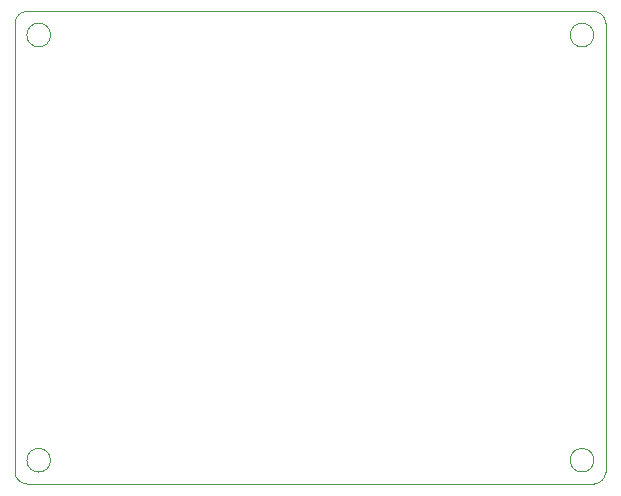
<source format=gbr>
%TF.GenerationSoftware,KiCad,Pcbnew,5.1.10*%
%TF.CreationDate,2021-05-22T09:13:01+02:00*%
%TF.ProjectId,Heart_NE555,48656172-745f-44e4-9535-35352e6b6963,rev?*%
%TF.SameCoordinates,Original*%
%TF.FileFunction,Profile,NP*%
%FSLAX46Y46*%
G04 Gerber Fmt 4.6, Leading zero omitted, Abs format (unit mm)*
G04 Created by KiCad (PCBNEW 5.1.10) date 2021-05-22 09:13:01*
%MOMM*%
%LPD*%
G01*
G04 APERTURE LIST*
%TA.AperFunction,Profile*%
%ADD10C,0.050000*%
%TD*%
G04 APERTURE END LIST*
D10*
X103000000Y-103000000D02*
G75*
G03*
X103000000Y-103000000I-1000000J0D01*
G01*
X149000000Y-103000000D02*
G75*
G03*
X149000000Y-103000000I-1000000J0D01*
G01*
X103000000Y-67000000D02*
G75*
G03*
X103000000Y-67000000I-1000000J0D01*
G01*
X149000000Y-67000000D02*
G75*
G03*
X149000000Y-67000000I-1000000J0D01*
G01*
X150000000Y-104000000D02*
G75*
G02*
X149000000Y-105000000I-1000000J0D01*
G01*
X101000000Y-105000000D02*
G75*
G02*
X100000000Y-104000000I0J1000000D01*
G01*
X100000000Y-66000000D02*
G75*
G02*
X101000000Y-65000000I1000000J0D01*
G01*
X149000000Y-65000000D02*
G75*
G02*
X150000000Y-66000000I0J-1000000D01*
G01*
X100000000Y-104000000D02*
X100000000Y-66000000D01*
X149000000Y-105000000D02*
X101000000Y-105000000D01*
X150000000Y-66000000D02*
X150000000Y-104000000D01*
X101000000Y-65000000D02*
X149000000Y-65000000D01*
M02*

</source>
